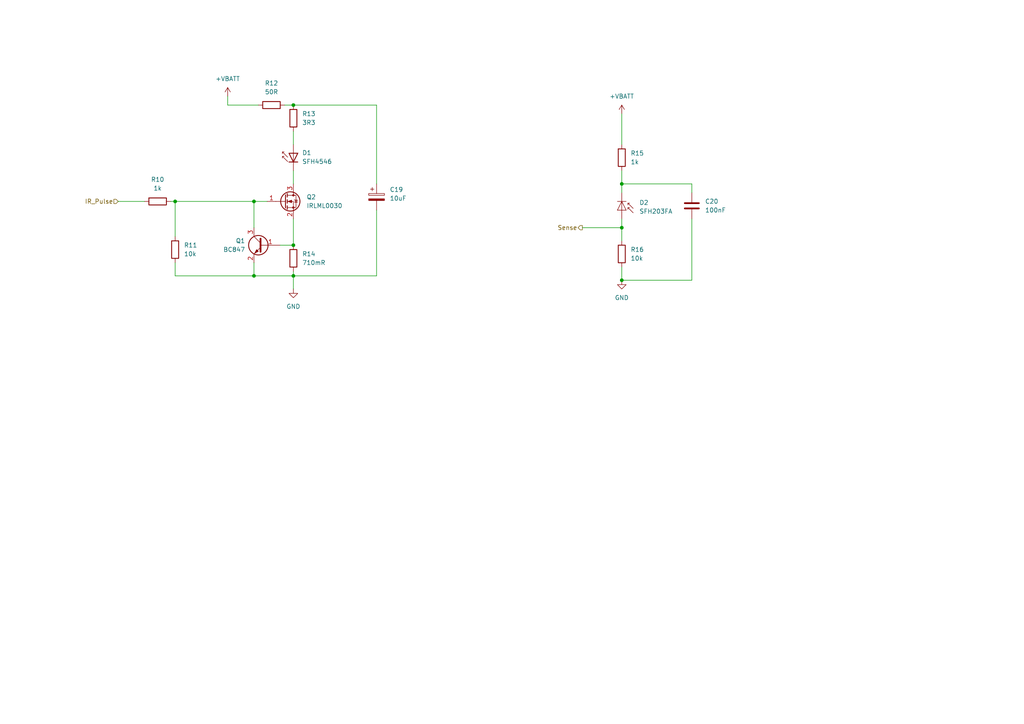
<source format=kicad_sch>
(kicad_sch (version 20231120) (generator "eeschema") (generator_version "8.0")
  (paper "A4")
  (title_block (title "Micromouse") (date "2024-03-31") (rev "1.0") (company "One Big Circle / Torbett Design Ltd"))
  (lib_symbols
    (symbol "Device:C" (pin_numbers hide) (pin_names (offset 0.254))
      (property "Reference" "C" (at 0.635 2.54 0))
      (property "Value" "C" (at 0.635 -2.54 0))
      (symbol "C_0_1"
        (polyline (pts (xy -2.032 -0.762) (xy 2.032 -0.762)) (stroke (width 0.508)))
        (polyline (pts (xy -2.032 0.762) (xy 2.032 0.762)) (stroke (width 0.508)))
      )
      (symbol "C_1_1"
        (pin passive line (at 0 3.81 270) (length 2.794) (name "~") (number "1"))
        (pin passive line (at 0 -3.81 90) (length 2.794) (name "~") (number "2"))
      )
    )
    (symbol "Device:C_Polarized" (pin_numbers hide) (pin_names (offset 0.254))
      (property "Reference" "C" (at 0.635 2.54 0))
      (property "Value" "C_Polarized" (at 0.635 -2.54 0))
      (symbol "C_Polarized_0_1"
        (rectangle (start -2.286 0.508) (end 2.286 1.016))
        (polyline (pts (xy -1.778 2.286) (xy -0.762 2.286)))
        (polyline (pts (xy -1.27 2.794) (xy -1.27 1.778)))
        (rectangle (start 2.286 -0.508) (end -2.286 -1.016) (fill (type outline)))
      )
      (symbol "C_Polarized_1_1"
        (pin passive line (at 0 3.81 270) (length 2.794) (name "~") (number "1"))
        (pin passive line (at 0 -3.81 90) (length 2.794) (name "~") (number "2"))
      )
    )
    (symbol "Device:R" (pin_numbers hide) (pin_names (offset 0))
      (property "Reference" "R" (at 2.032 0 90))
      (property "Value" "R" (at 0 0 90))
      (symbol "R_0_1"
        (rectangle (start -1.016 -2.54) (end 1.016 2.54) (stroke (width 0.254)))
      )
      (symbol "R_1_1"
        (pin passive line (at 0 3.81 270) (length 1.27) (name "~") (number "1"))
        (pin passive line (at 0 -3.81 90) (length 1.27) (name "~") (number "2"))
      )
    )
    (symbol "LED:SFH4546" (pin_numbers hide) (pin_names (offset 1.016) hide)
      (property "Reference" "D" (at 0.508 1.778 0))
      (property "Value" "SFH4546" (at -1.016 -2.794 0))
      (symbol "SFH4546_0_1"
        (polyline (pts (xy -2.54 1.27) (xy -2.54 -1.27)) (stroke (width 0.254)))
        (polyline (pts (xy 0 0) (xy -2.54 0)))
        (polyline (pts (xy 0.381 3.175) (xy -0.127 3.175)))
        (polyline (pts (xy -1.143 1.651) (xy 0.381 3.175) (xy 0.381 2.667)))
        (polyline (pts (xy 0 -1.27) (xy -2.54 0) (xy 0 1.27) (xy 0 -1.27)) (stroke (width 0.254)))
        (polyline (pts (xy -2.413 1.651) (xy -0.889 3.175) (xy -0.889 2.667) (xy -0.889 3.175) (xy -1.397 3.175)))
      )
      (symbol "SFH4546_1_1"
        (pin passive line (at -5.08 0 0) (length 2.54) (name "K") (number "1"))
        (pin passive line (at 2.54 0 180) (length 2.54) (name "A") (number "2"))
      )
    )
    (symbol "Sensor_Optical:SFH203FA" (pin_numbers hide) (pin_names hide)
      (property "Reference" "D" (at 0.508 1.778 0))
      (property "Value" "SFH203FA" (at -1.016 -2.794 0))
      (symbol "SFH203FA_0_1"
        (polyline (pts (xy -2.54 0) (xy 0 0)))
        (polyline (pts (xy -2.54 1.27) (xy -2.54 -1.27)) (stroke (width 0.1524)))
        (polyline (pts (xy -2.032 1.778) (xy -1.524 1.778)))
        (polyline (pts (xy 0 -1.27) (xy 0 1.27)))
        (polyline (pts (xy -0.508 3.302) (xy -2.032 1.778) (xy -2.032 2.286)))
        (polyline (pts (xy 0 1.27) (xy -2.54 0) (xy 0 -1.27)))
        (polyline (pts (xy 0.762 3.302) (xy -0.762 1.778) (xy -0.762 2.286) (xy -0.762 1.778) (xy -0.254 1.778)))
      )
      (symbol "SFH203FA_1_1"
        (pin passive line (at -5.08 0 0) (length 2.54) (name "K") (number "1"))
        (pin passive line (at 2.54 0 180) (length 2.54) (name "A") (number "2"))
      )
    )
    (symbol "Transistor_BJT:BC847" (pin_names (offset 0) hide)
      (property "Reference" "Q" (at 5.08 1.905 0))
      (property "Value" "BC847" (at 5.08 0 0))
      (symbol "BC847_0_1"
        (polyline (pts (xy 0.635 0.635) (xy 2.54 2.54)))
        (polyline (pts (xy 0.635 -0.635) (xy 2.54 -2.54) (xy 2.54 -2.54)))
        (polyline (pts (xy 0.635 1.905) (xy 0.635 -1.905) (xy 0.635 -1.905)) (stroke (width 0.508)))
        (polyline (pts (xy 1.27 -1.778) (xy 1.778 -1.27) (xy 2.286 -2.286) (xy 1.27 -1.778) (xy 1.27 -1.778)) (fill (type outline)))
        (circle (center 1.27 0) (radius 2.8194) (stroke (width 0.254)))
      )
      (symbol "BC847_1_1"
        (pin input line (at -5.08 0 0) (length 5.715) (name "B") (number "1"))
        (pin passive line (at 2.54 -5.08 90) (length 2.54) (name "E") (number "2"))
        (pin passive line (at 2.54 5.08 270) (length 2.54) (name "C") (number "3"))
      )
    )
    (symbol "Transistor_FET:IRLML0030" (pin_names hide)
      (property "Reference" "Q" (at 5.08 1.905 0))
      (property "Value" "IRLML0030" (at 5.08 0 0))
      (symbol "IRLML0030_0_1"
        (polyline (pts (xy 0.254 0) (xy -2.54 0)))
        (polyline (pts (xy 0.254 1.905) (xy 0.254 -1.905)) (stroke (width 0.254)))
        (polyline (pts (xy 0.762 -1.27) (xy 0.762 -2.286)) (stroke (width 0.254)))
        (polyline (pts (xy 0.762 0.508) (xy 0.762 -0.508)) (stroke (width 0.254)))
        (polyline (pts (xy 0.762 2.286) (xy 0.762 1.27)) (stroke (width 0.254)))
        (polyline (pts (xy 2.54 2.54) (xy 2.54 1.778)))
        (polyline (pts (xy 2.54 -2.54) (xy 2.54 0) (xy 0.762 0)))
        (polyline (pts (xy 0.762 -1.778) (xy 3.302 -1.778) (xy 3.302 1.778) (xy 0.762 1.778)))
        (polyline (pts (xy 1.016 0) (xy 2.032 0.381) (xy 2.032 -0.381) (xy 1.016 0)) (fill (type outline)))
        (polyline (pts (xy 2.794 0.508) (xy 2.921 0.381) (xy 3.683 0.381) (xy 3.81 0.254)))
        (polyline (pts (xy 3.302 0.381) (xy 2.921 -0.254) (xy 3.683 -0.254) (xy 3.302 0.381)))
        (circle (center 1.651 0) (radius 2.794) (stroke (width 0.254)))
        (circle (center 2.54 -1.778) (radius 0.254) (fill (type outline)))
        (circle (center 2.54 1.778) (radius 0.254) (fill (type outline)))
      )
      (symbol "IRLML0030_1_1"
        (pin input line (at -5.08 0 0) (length 2.54) (name "G") (number "1"))
        (pin passive line (at 2.54 -5.08 90) (length 2.54) (name "S") (number "2"))
        (pin passive line (at 2.54 5.08 270) (length 2.54) (name "D") (number "3"))
      )
    )
    (symbol "power:+7.5V" (power) (pin_numbers hide) (pin_names (offset 0) hide)
      (property "Value" "+7.5V" (at 0 3.556 0))
      (symbol "+7.5V_0_1"
        (polyline (pts (xy -0.762 1.27) (xy 0 2.54)))
        (polyline (pts (xy 0 0) (xy 0 2.54)))
        (polyline (pts (xy 0 2.54) (xy 0.762 1.27)))
      )
      (symbol "+7.5V_1_1"
        (pin power_in line (at 0 0 90) (length 0) (name "~") (number "1"))
      )
    )
    (symbol "power:GND" (power) (pin_numbers hide) (pin_names (offset 0) hide)
      (property "Value" "GND" (at 0 -3.81 0))
      (symbol "GND_0_1"
        (polyline (pts (xy 0 0) (xy 0 -1.27) (xy 1.27 -1.27) (xy 0 -2.54) (xy -1.27 -1.27) (xy 0 -1.27)))
      )
      (symbol "GND_1_1"
        (pin power_in line (at 0 0 270) (length 0) (name "~") (number "1"))
      )
    )
  )
  (junction (at 180.34 66.04))
  (junction (at 180.34 81.28))
  (junction (at 50.8 58.42))
  (junction (at 73.66 80.01))
  (junction (at 85.09 30.48))
  (junction (at 180.34 53.34))
  (junction (at 85.09 71.12))
  (junction (at 85.09 80.01))
  (junction (at 73.66 58.42))
  (wire (pts (xy 50.8 68.58) (xy 50.8 58.42)))
  (wire (pts (xy 73.66 58.42) (xy 73.66 66.04)))
  (wire (pts (xy 180.34 63.5) (xy 180.34 66.04)))
  (wire (pts (xy 180.34 49.53) (xy 180.34 53.34)))
  (wire (pts (xy 66.04 30.48) (xy 66.04 27.94)))
  (wire (pts (xy 109.22 60.96) (xy 109.22 80.01)))
  (wire (pts (xy 85.09 30.48) (xy 109.22 30.48)))
  (wire (pts (xy 50.8 80.01) (xy 73.66 80.01)))
  (wire (pts (xy 85.09 80.01) (xy 73.66 80.01)))
  (wire (pts (xy 109.22 30.48) (xy 109.22 53.34)))
  (wire (pts (xy 74.93 30.48) (xy 66.04 30.48)))
  (wire (pts (xy 168.91 66.04) (xy 180.34 66.04)))
  (wire (pts (xy 200.66 63.5) (xy 200.66 81.28)))
  (wire (pts (xy 85.09 80.01) (xy 85.09 83.82)))
  (wire (pts (xy 200.66 53.34) (xy 200.66 55.88)))
  (wire (pts (xy 81.28 71.12) (xy 85.09 71.12)))
  (wire (pts (xy 85.09 49.53) (xy 85.09 53.34)))
  (wire (pts (xy 77.47 58.42) (xy 73.66 58.42)))
  (wire (pts (xy 85.09 63.5) (xy 85.09 71.12)))
  (wire (pts (xy 180.34 33.02) (xy 180.34 41.91)))
  (wire (pts (xy 50.8 58.42) (xy 73.66 58.42)))
  (wire (pts (xy 85.09 41.91) (xy 85.09 38.1)))
  (wire (pts (xy 82.55 30.48) (xy 85.09 30.48)))
  (wire (pts (xy 180.34 53.34) (xy 180.34 55.88)))
  (wire (pts (xy 180.34 53.34) (xy 200.66 53.34)))
  (wire (pts (xy 49.53 58.42) (xy 50.8 58.42)))
  (wire (pts (xy 180.34 81.28) (xy 180.34 77.47)))
  (wire (pts (xy 109.22 80.01) (xy 85.09 80.01)))
  (wire (pts (xy 200.66 81.28) (xy 180.34 81.28)))
  (wire (pts (xy 180.34 66.04) (xy 180.34 69.85)))
  (wire (pts (xy 85.09 78.74) (xy 85.09 80.01)))
  (wire (pts (xy 73.66 80.01) (xy 73.66 76.2)))
  (wire (pts (xy 50.8 76.2) (xy 50.8 80.01)))
  (wire (pts (xy 34.29 58.42) (xy 41.91 58.42)))
  (hierarchical_label "Sense" (shape output) (at 168.91 66.04 180))
  (hierarchical_label "IR_Pulse" (shape input) (at 34.29 58.42 180))
  (symbol (lib_id "Device:R") (at 180.34 45.72 0) (unit 1)
    (property "Reference" "R15" (at 182.88 44.4499 0) (effects (justify left)))
    (property "Value" "1k" (at 182.88 46.9899 0) (effects (justify left)))
    (property "Footprint" "Resistor_SMD:R_0805_2012Metric" (effects (hide yes)))
    (property "Description" "Resistor" (effects (hide yes)))
    (instances (project "micromouse-pcb" (path "" (reference "R15") (unit 1)) (path "" (reference "R22") (unit 1)) (path "" (reference "R36") (unit 1)) (path "" (reference "R29") (unit 1))))
  )
  (symbol (lib_id "Device:R") (at 78.74 30.48 90) (unit 1)
    (property "Reference" "R12" (at 78.74 24.13 90))
    (property "Value" "50R" (at 78.74 26.67 90))
    (property "Footprint" "Resistor_SMD:R_1206_3216Metric" (effects (hide yes)))
    (property "Description" "Resistor" (effects (hide yes)))
    (instances (project "micromouse-pcb" (path "" (reference "R12") (unit 1)) (path "" (reference "R19") (unit 1)) (path "" (reference "R33") (unit 1)) (path "" (reference "R26") (unit 1))))
  )
  (symbol (lib_id "LED:SFH4546") (at 85.09 44.45 90) (unit 1)
    (property "Reference" "D1" (at 87.63 44.3229 90) (effects (justify right)))
    (property "Value" "SFH4546" (at 87.63 46.8629 90) (effects (justify right)))
    (property "Footprint" "LED_THT:LED_D5.0mm_IRGrey" (effects (hide yes)))
    (property "Datasheet" "http://www.osram-os.com/Graphics/XPic1/00101982_0.pdf" (effects (hide yes)))
    (property "Description" "High-Power IR LED 940nm" (effects (hide yes)))
    (instances (project "micromouse-pcb" (path "" (reference "D1") (unit 1)) (path "" (reference "D3") (unit 1)) (path "" (reference "D7") (unit 1)) (path "" (reference "D5") (unit 1))))
  )
  (symbol (lib_id "power:GND") (at 85.09 83.82 0) (unit 1)
    (property "Reference" "#PWR035" (effects (hide yes)))
    (property "Value" "GND" (at 85.09 88.9 0))
    (property "Description" "Power symbol creates a global label with name \"GND\" , ground" (effects (hide yes)))
    (instances (project "micromouse-pcb" (path "" (reference "#PWR035") (unit 1)) (path "" (reference "#PWR039") (unit 1)) (path "" (reference "#PWR047") (unit 1)) (path "" (reference "#PWR043") (unit 1))))
  )
  (symbol (lib_id "Device:C_Polarized") (at 109.22 57.15 0) (unit 1)
    (property "Reference" "C19" (at 113.03 54.9909 0) (effects (justify left)))
    (property "Value" "10uF" (at 113.03 57.5309 0) (effects (justify left)))
    (property "Footprint" "Capacitor_SMD:CP_Elec_6.3x4.5" (effects (hide yes)))
    (property "Description" "Polarized capacitor" (effects (hide yes)))
    (instances (project "micromouse-pcb" (path "" (reference "C19") (unit 1)) (path "" (reference "C21") (unit 1)) (path "" (reference "C25") (unit 1)) (path "" (reference "C23") (unit 1))))
  )
  (symbol (lib_id "power:GND") (at 180.34 81.28 0) (unit 1)
    (property "Reference" "#PWR037" (effects (hide yes)))
    (property "Value" "GND" (at 180.34 86.36 0))
    (property "Description" "Power symbol creates a global label with name \"GND\" , ground" (effects (hide yes)))
    (instances (project "micromouse-pcb" (path "" (reference "#PWR037") (unit 1)) (path "" (reference "#PWR041") (unit 1)) (path "" (reference "#PWR049") (unit 1)) (path "" (reference "#PWR045") (unit 1))))
  )
  (symbol (lib_id "Device:C") (at 200.66 59.69 0) (unit 1)
    (property "Reference" "C20" (at 204.47 58.4199 0) (effects (justify left)))
    (property "Value" "100nF" (at 204.47 60.9599 0) (effects (justify left)))
    (property "Footprint" "Capacitor_SMD:C_0603_1608Metric" (effects (hide yes)))
    (property "Description" "Unpolarized capacitor" (effects (hide yes)))
    (instances (project "micromouse-pcb" (path "" (reference "C20") (unit 1)) (path "" (reference "C22") (unit 1)) (path "" (reference "C26") (unit 1)) (path "" (reference "C24") (unit 1))))
  )
  (symbol (lib_id "Device:R") (at 50.8 72.39 0) (unit 1)
    (property "Reference" "R11" (at 53.34 71.1199 0) (effects (justify left)))
    (property "Value" "10k" (at 53.34 73.6599 0) (effects (justify left)))
    (property "Footprint" "Resistor_SMD:R_0603_1608Metric" (effects (hide yes)))
    (property "Description" "Resistor" (effects (hide yes)))
    (instances (project "micromouse-pcb" (path "" (reference "R11") (unit 1)) (path "" (reference "R18") (unit 1)) (path "" (reference "R32") (unit 1)) (path "" (reference "R25") (unit 1))))
  )
  (symbol (lib_id "power:+7.5V") (at 66.04 27.94 0) (unit 1)
    (property "Reference" "#PWR042" (effects (hide yes)))
    (property "Value" "+VBATT" (at 66.04 22.86 0))
    (property "Description" "Power symbol creates a global label with name \"+VBATT\"" (effects (hide yes)))
    (instances (project "micromouse-pcb" (path "" (reference "#PWR042") (unit 1)) (path "" (reference "#PWR034") (unit 1)) (path "" (reference "#PWR038") (unit 1)) (path "" (reference "#PWR046") (unit 1))))
  )
  (symbol (lib_id "Device:R") (at 45.72 58.42 90) (unit 1)
    (property "Reference" "R10" (at 45.72 52.07 90))
    (property "Value" "1k" (at 45.72 54.61 90))
    (property "Footprint" "Resistor_SMD:R_0603_1608Metric" (effects (hide yes)))
    (property "Description" "Resistor" (effects (hide yes)))
    (instances (project "micromouse-pcb" (path "" (reference "R10") (unit 1)) (path "" (reference "R17") (unit 1)) (path "" (reference "R31") (unit 1)) (path "" (reference "R24") (unit 1))))
  )
  (symbol (lib_id "Sensor_Optical:SFH203FA") (at 180.34 60.96 270) (unit 1)
    (property "Reference" "D2" (at 185.42 58.7628 90) (effects (justify left)))
    (property "Value" "SFH203FA" (at 185.42 61.3028 90) (effects (justify left)))
    (property "Footprint" "LED_THT:LED_D5.0mm_IRGrey" (effects (hide yes)))
    (property "Datasheet" "http://www.osram-os.com/Graphics/XPic9/00101656_0.pdf/SFH%20203,%20SFH%20203%20FA,%20Lead%20(Pb)%20Free%20Product%20-%20RoHS%20Compliant.pdf" (effects (hide yes)))
    (property "Description" "Silicon PIN Photodiode with Daylight Blocking Filter" (effects (hide yes)))
    (instances (project "micromouse-pcb" (path "" (reference "D2") (unit 1)) (path "" (reference "D4") (unit 1)) (path "" (reference "D8") (unit 1)) (path "" (reference "D6") (unit 1))))
  )
  (symbol (lib_id "power:+7.5V") (at 180.34 33.02 0) (unit 1)
    (property "Reference" "#PWR044" (effects (hide yes)))
    (property "Value" "+VBATT" (at 180.34 27.94 0))
    (property "Description" "Power symbol creates a global label with name \"+VBATT\"" (effects (hide yes)))
    (instances (project "micromouse-pcb" (path "" (reference "#PWR044") (unit 1)) (path "" (reference "#PWR036") (unit 1)) (path "" (reference "#PWR040") (unit 1)) (path "" (reference "#PWR048") (unit 1))))
  )
  (symbol (lib_id "Device:R") (at 85.09 34.29 0) (unit 1)
    (property "Reference" "R13" (at 87.63 33.0199 0) (effects (justify left)))
    (property "Value" "3R3" (at 87.63 35.5599 0) (effects (justify left)))
    (property "Footprint" "Resistor_SMD:R_1206_3216Metric" (effects (hide yes)))
    (property "Description" "Resistor" (effects (hide yes)))
    (instances (project "micromouse-pcb" (path "" (reference "R13") (unit 1)) (path "" (reference "R20") (unit 1)) (path "" (reference "R34") (unit 1)) (path "" (reference "R27") (unit 1))))
  )
  (symbol (lib_id "Transistor_FET:IRLML0030") (at 82.55 58.42 0) (unit 1)
    (property "Reference" "Q2" (at 88.9 57.1499 0) (effects (justify left)))
    (property "Value" "IRLML0030" (at 88.9 59.6899 0) (effects (justify left)))
    (property "Footprint" "Package_TO_SOT_SMD:SOT-23" (effects (hide yes)))
    (property "Datasheet" "https://www.infineon.com/dgdl/irlml0030pbf.pdf?fileId=5546d462533600a401535664773825df" (effects (hide yes)))
    (property "Description" "5.3A Id, 30V Vds, 27mOhm Rds, N-Channel HEXFET Power MOSFET, SOT-23" (effects (hide yes)))
    (instances (project "micromouse-pcb" (path "" (reference "Q2") (unit 1)) (path "" (reference "Q4") (unit 1)) (path "" (reference "Q8") (unit 1)) (path "" (reference "Q6") (unit 1))))
  )
  (symbol (lib_id "Transistor_BJT:BC847") (at 76.2 71.12 0) (mirror y) (unit 1)
    (property "Reference" "Q1" (at 71.12 69.8499 0) (effects (justify left)))
    (property "Value" "BC847" (at 71.12 72.3899 0) (effects (justify left)))
    (property "Footprint" "Package_TO_SOT_SMD:SOT-23" (effects (hide yes)))
    (property "Datasheet" "http://www.infineon.com/dgdl/Infineon-BC847SERIES_BC848SERIES_BC849SERIES_BC850SERIES-DS-v01_01-en.pdf?fileId=db3a304314dca389011541d4630a1657" (effects (hide yes)))
    (property "Description" "0.1A Ic, 45V Vce, NPN Transistor, SOT-23" (effects (hide yes)))
    (instances (project "micromouse-pcb" (path "" (reference "Q1") (unit 1)) (path "" (reference "Q3") (unit 1)) (path "" (reference "Q7") (unit 1)) (path "" (reference "Q5") (unit 1))))
  )
  (symbol (lib_id "Device:R") (at 180.34 73.66 0) (unit 1)
    (property "Reference" "R16" (at 182.88 72.3899 0) (effects (justify left)))
    (property "Value" "10k" (at 182.88 74.9299 0) (effects (justify left)))
    (property "Footprint" "Resistor_SMD:R_0603_1608Metric" (effects (hide yes)))
    (property "Description" "Resistor" (effects (hide yes)))
    (instances (project "micromouse-pcb" (path "" (reference "R16") (unit 1)) (path "" (reference "R23") (unit 1)) (path "" (reference "R37") (unit 1)) (path "" (reference "R30") (unit 1))))
  )
  (symbol (lib_id "Device:R") (at 85.09 74.93 180) (unit 1)
    (property "Reference" "R14" (at 87.63 73.6599 0) (effects (justify right)))
    (property "Value" "710mR" (at 87.63 76.1999 0) (effects (justify right)))
    (property "Footprint" "Resistor_SMD:R_1206_3216Metric" (effects (hide yes)))
    (property "Description" "Resistor" (effects (hide yes)))
    (instances (project "micromouse-pcb" (path "" (reference "R14") (unit 1)) (path "" (reference "R21") (unit 1)) (path "" (reference "R35") (unit 1)) (path "" (reference "R28") (unit 1))))
  )
)
</source>
